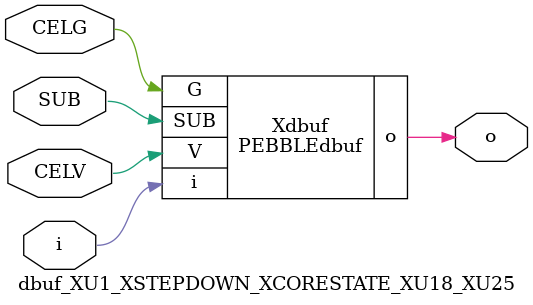
<source format=v>



module PEBBLEdbuf ( o, G, SUB, V, i );

  input V;
  input i;
  input G;
  output o;
  input SUB;
endmodule

//Celera Confidential Do Not Copy dbuf_XU1_XSTEPDOWN_XCORESTATE_XU18_XU25
//Celera Confidential Symbol Generator
//Digital Buffer
module dbuf_XU1_XSTEPDOWN_XCORESTATE_XU18_XU25 (CELV,CELG,i,o,SUB);
input CELV;
input CELG;
input i;
input SUB;
output o;

//Celera Confidential Do Not Copy dbuf
PEBBLEdbuf Xdbuf(
.V (CELV),
.i (i),
.o (o),
.SUB (SUB),
.G (CELG)
);
//,diesize,PEBBLEdbuf

//Celera Confidential Do Not Copy Module End
//Celera Schematic Generator
endmodule

</source>
